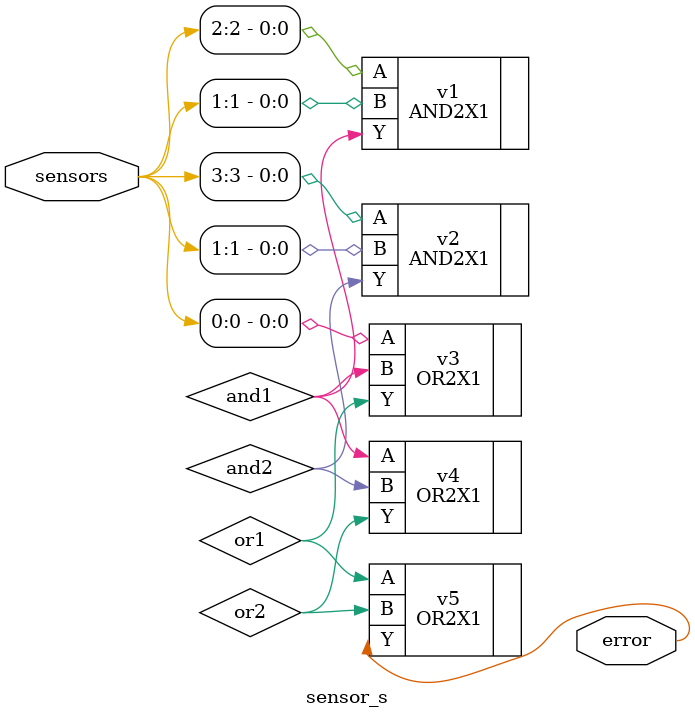
<source format=sv>

module sensor_s(input logic [3:0] sensors, output logic error);
  logic and1;
  logic and2;
  logic or1;
  logic or2;

  AND2X1 v1(.Y(and1), .A(sensors[2]), .B(sensors[1]));
  AND2X1 v2(.Y(and2), .A(sensors[3]), .B(sensors[1]));
  OR2X1 v3(.Y(or1), .A(sensors[0]), .B(and1));
  OR2X1 v4(.Y(or2), .A(and1), .B(and2));
  OR2X1 v5(.Y(error), .A(or1), .B(or2));

endmodule
</source>
